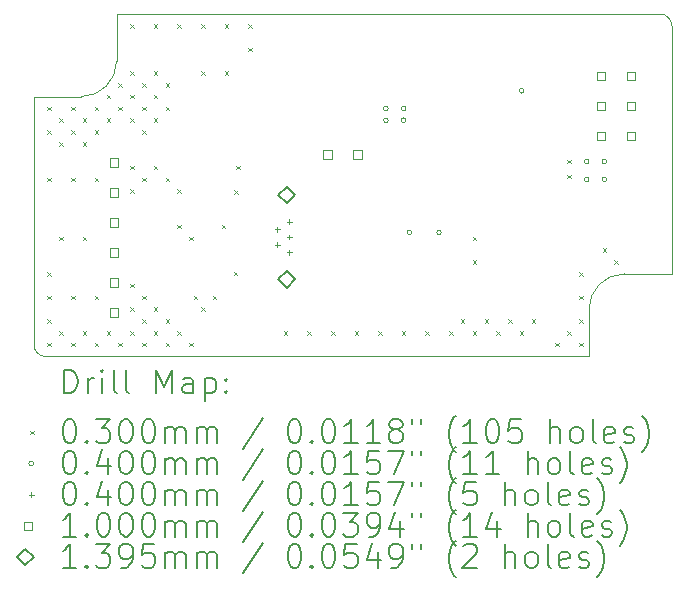
<source format=gbr>
%FSLAX45Y45*%
G04 Gerber Fmt 4.5, Leading zero omitted, Abs format (unit mm)*
G04 Created by KiCad (PCBNEW (6.0.2)) date 2022-08-31 11:18:58*
%MOMM*%
%LPD*%
G01*
G04 APERTURE LIST*
%TA.AperFunction,Profile*%
%ADD10C,0.038100*%
%TD*%
%ADD11C,0.200000*%
%ADD12C,0.030000*%
%ADD13C,0.040000*%
%ADD14C,0.100000*%
%ADD15C,0.139460*%
G04 APERTURE END LIST*
D10*
X16370000Y-10400000D02*
X11770000Y-10400000D01*
X12370000Y-7500000D02*
X12370000Y-7900000D01*
X16370000Y-10000000D02*
X16370000Y-10400000D01*
X12070000Y-8200000D02*
X11670000Y-8200000D01*
X17070000Y-7600000D02*
X17070000Y-9700000D01*
X16670000Y-9700000D02*
X17070000Y-9700000D01*
X12370000Y-7500000D02*
X16970000Y-7500000D01*
X17070000Y-7600000D02*
G75*
G03*
X16970000Y-7500000I-100000J0D01*
G01*
X11670000Y-10300000D02*
X11670000Y-8200000D01*
X11670000Y-10300000D02*
G75*
G03*
X11770000Y-10400000I100000J0D01*
G01*
X16670000Y-9700000D02*
G75*
G03*
X16370000Y-10000000I0J-300000D01*
G01*
X12070000Y-8200000D02*
G75*
G03*
X12370000Y-7900000I0J300000D01*
G01*
D11*
D12*
X11785000Y-8285000D02*
X11815000Y-8315000D01*
X11815000Y-8285000D02*
X11785000Y-8315000D01*
X11785000Y-8485000D02*
X11815000Y-8515000D01*
X11815000Y-8485000D02*
X11785000Y-8515000D01*
X11785000Y-8885000D02*
X11815000Y-8915000D01*
X11815000Y-8885000D02*
X11785000Y-8915000D01*
X11785000Y-9685000D02*
X11815000Y-9715000D01*
X11815000Y-9685000D02*
X11785000Y-9715000D01*
X11785000Y-9885000D02*
X11815000Y-9915000D01*
X11815000Y-9885000D02*
X11785000Y-9915000D01*
X11785000Y-10085000D02*
X11815000Y-10115000D01*
X11815000Y-10085000D02*
X11785000Y-10115000D01*
X11785000Y-10285000D02*
X11815000Y-10315000D01*
X11815000Y-10285000D02*
X11785000Y-10315000D01*
X11885000Y-8385000D02*
X11915000Y-8415000D01*
X11915000Y-8385000D02*
X11885000Y-8415000D01*
X11885000Y-8585000D02*
X11915000Y-8615000D01*
X11915000Y-8585000D02*
X11885000Y-8615000D01*
X11885000Y-9385000D02*
X11915000Y-9415000D01*
X11915000Y-9385000D02*
X11885000Y-9415000D01*
X11885000Y-10185000D02*
X11915000Y-10215000D01*
X11915000Y-10185000D02*
X11885000Y-10215000D01*
X11985000Y-8285000D02*
X12015000Y-8315000D01*
X12015000Y-8285000D02*
X11985000Y-8315000D01*
X11985000Y-8485000D02*
X12015000Y-8515000D01*
X12015000Y-8485000D02*
X11985000Y-8515000D01*
X11985000Y-8885000D02*
X12015000Y-8915000D01*
X12015000Y-8885000D02*
X11985000Y-8915000D01*
X11985000Y-9885000D02*
X12015000Y-9915000D01*
X12015000Y-9885000D02*
X11985000Y-9915000D01*
X11985000Y-10285000D02*
X12015000Y-10315000D01*
X12015000Y-10285000D02*
X11985000Y-10315000D01*
X12085000Y-8385000D02*
X12115000Y-8415000D01*
X12115000Y-8385000D02*
X12085000Y-8415000D01*
X12085000Y-8585000D02*
X12115000Y-8615000D01*
X12115000Y-8585000D02*
X12085000Y-8615000D01*
X12085000Y-9385000D02*
X12115000Y-9415000D01*
X12115000Y-9385000D02*
X12085000Y-9415000D01*
X12085000Y-10185000D02*
X12115000Y-10215000D01*
X12115000Y-10185000D02*
X12085000Y-10215000D01*
X12185000Y-8285000D02*
X12215000Y-8315000D01*
X12215000Y-8285000D02*
X12185000Y-8315000D01*
X12185000Y-8485000D02*
X12215000Y-8515000D01*
X12215000Y-8485000D02*
X12185000Y-8515000D01*
X12185000Y-8885000D02*
X12215000Y-8915000D01*
X12215000Y-8885000D02*
X12185000Y-8915000D01*
X12185000Y-9885000D02*
X12215000Y-9915000D01*
X12215000Y-9885000D02*
X12185000Y-9915000D01*
X12185000Y-10285000D02*
X12215000Y-10315000D01*
X12215000Y-10285000D02*
X12185000Y-10315000D01*
X12285000Y-8185000D02*
X12315000Y-8215000D01*
X12315000Y-8185000D02*
X12285000Y-8215000D01*
X12285000Y-8385000D02*
X12315000Y-8415000D01*
X12315000Y-8385000D02*
X12285000Y-8415000D01*
X12285000Y-10185000D02*
X12315000Y-10215000D01*
X12315000Y-10185000D02*
X12285000Y-10215000D01*
X12385000Y-8085000D02*
X12415000Y-8115000D01*
X12415000Y-8085000D02*
X12385000Y-8115000D01*
X12385000Y-8285000D02*
X12415000Y-8315000D01*
X12415000Y-8285000D02*
X12385000Y-8315000D01*
X12385000Y-10285000D02*
X12415000Y-10315000D01*
X12415000Y-10285000D02*
X12385000Y-10315000D01*
X12485000Y-7585000D02*
X12515000Y-7615000D01*
X12515000Y-7585000D02*
X12485000Y-7615000D01*
X12485000Y-7985000D02*
X12515000Y-8015000D01*
X12515000Y-7985000D02*
X12485000Y-8015000D01*
X12485000Y-8185000D02*
X12515000Y-8215000D01*
X12515000Y-8185000D02*
X12485000Y-8215000D01*
X12485000Y-8385000D02*
X12515000Y-8415000D01*
X12515000Y-8385000D02*
X12485000Y-8415000D01*
X12485000Y-8785000D02*
X12515000Y-8815000D01*
X12515000Y-8785000D02*
X12485000Y-8815000D01*
X12485000Y-8985000D02*
X12515000Y-9015000D01*
X12515000Y-8985000D02*
X12485000Y-9015000D01*
X12485000Y-9785000D02*
X12515000Y-9815000D01*
X12515000Y-9785000D02*
X12485000Y-9815000D01*
X12485000Y-9985000D02*
X12515000Y-10015000D01*
X12515000Y-9985000D02*
X12485000Y-10015000D01*
X12485000Y-10185000D02*
X12515000Y-10215000D01*
X12515000Y-10185000D02*
X12485000Y-10215000D01*
X12585000Y-8085000D02*
X12615000Y-8115000D01*
X12615000Y-8085000D02*
X12585000Y-8115000D01*
X12585000Y-8285000D02*
X12615000Y-8315000D01*
X12615000Y-8285000D02*
X12585000Y-8315000D01*
X12585000Y-8485000D02*
X12615000Y-8515000D01*
X12615000Y-8485000D02*
X12585000Y-8515000D01*
X12585000Y-8885000D02*
X12615000Y-8915000D01*
X12615000Y-8885000D02*
X12585000Y-8915000D01*
X12585000Y-9885000D02*
X12615000Y-9915000D01*
X12615000Y-9885000D02*
X12585000Y-9915000D01*
X12585000Y-10085000D02*
X12615000Y-10115000D01*
X12615000Y-10085000D02*
X12585000Y-10115000D01*
X12585000Y-10285000D02*
X12615000Y-10315000D01*
X12615000Y-10285000D02*
X12585000Y-10315000D01*
X12685000Y-7585000D02*
X12715000Y-7615000D01*
X12715000Y-7585000D02*
X12685000Y-7615000D01*
X12685000Y-7985000D02*
X12715000Y-8015000D01*
X12715000Y-7985000D02*
X12685000Y-8015000D01*
X12685000Y-8185000D02*
X12715000Y-8215000D01*
X12715000Y-8185000D02*
X12685000Y-8215000D01*
X12685000Y-8385000D02*
X12715000Y-8415000D01*
X12715000Y-8385000D02*
X12685000Y-8415000D01*
X12685000Y-8785000D02*
X12715000Y-8815000D01*
X12715000Y-8785000D02*
X12685000Y-8815000D01*
X12685000Y-9985000D02*
X12715000Y-10015000D01*
X12715000Y-9985000D02*
X12685000Y-10015000D01*
X12685000Y-10185000D02*
X12715000Y-10215000D01*
X12715000Y-10185000D02*
X12685000Y-10215000D01*
X12785000Y-8085000D02*
X12815000Y-8115000D01*
X12815000Y-8085000D02*
X12785000Y-8115000D01*
X12785000Y-8285000D02*
X12815000Y-8315000D01*
X12815000Y-8285000D02*
X12785000Y-8315000D01*
X12785000Y-8885000D02*
X12815000Y-8915000D01*
X12815000Y-8885000D02*
X12785000Y-8915000D01*
X12785000Y-10085000D02*
X12815000Y-10115000D01*
X12815000Y-10085000D02*
X12785000Y-10115000D01*
X12785000Y-10285000D02*
X12815000Y-10315000D01*
X12815000Y-10285000D02*
X12785000Y-10315000D01*
X12885000Y-7585000D02*
X12915000Y-7615000D01*
X12915000Y-7585000D02*
X12885000Y-7615000D01*
X12885000Y-8985000D02*
X12915000Y-9015000D01*
X12915000Y-8985000D02*
X12885000Y-9015000D01*
X12885000Y-9285000D02*
X12915000Y-9315000D01*
X12915000Y-9285000D02*
X12885000Y-9315000D01*
X12885000Y-10185000D02*
X12915000Y-10215000D01*
X12915000Y-10185000D02*
X12885000Y-10215000D01*
X12985000Y-9385000D02*
X13015000Y-9415000D01*
X13015000Y-9385000D02*
X12985000Y-9415000D01*
X12985000Y-10285000D02*
X13015000Y-10315000D01*
X13015000Y-10285000D02*
X12985000Y-10315000D01*
X13025000Y-9885000D02*
X13055000Y-9915000D01*
X13055000Y-9885000D02*
X13025000Y-9915000D01*
X13085000Y-7585000D02*
X13115000Y-7615000D01*
X13115000Y-7585000D02*
X13085000Y-7615000D01*
X13085000Y-7985000D02*
X13115000Y-8015000D01*
X13115000Y-7985000D02*
X13085000Y-8015000D01*
X13085000Y-9985000D02*
X13115000Y-10015000D01*
X13115000Y-9985000D02*
X13085000Y-10015000D01*
X13185000Y-9885000D02*
X13215000Y-9915000D01*
X13215000Y-9885000D02*
X13185000Y-9915000D01*
X13260000Y-9285000D02*
X13290000Y-9315000D01*
X13290000Y-9285000D02*
X13260000Y-9315000D01*
X13285000Y-7585000D02*
X13315000Y-7615000D01*
X13315000Y-7585000D02*
X13285000Y-7615000D01*
X13285000Y-7985000D02*
X13315000Y-8015000D01*
X13315000Y-7985000D02*
X13285000Y-8015000D01*
X13360500Y-9680500D02*
X13390500Y-9710500D01*
X13390500Y-9680500D02*
X13360500Y-9710500D01*
X13365000Y-8990500D02*
X13395000Y-9020500D01*
X13395000Y-8990500D02*
X13365000Y-9020500D01*
X13385000Y-8785000D02*
X13415000Y-8815000D01*
X13415000Y-8785000D02*
X13385000Y-8815000D01*
X13485000Y-7585000D02*
X13515000Y-7615000D01*
X13515000Y-7585000D02*
X13485000Y-7615000D01*
X13485000Y-7785000D02*
X13515000Y-7815000D01*
X13515000Y-7785000D02*
X13485000Y-7815000D01*
X13785000Y-10185000D02*
X13815000Y-10215000D01*
X13815000Y-10185000D02*
X13785000Y-10215000D01*
X13985000Y-10185000D02*
X14015000Y-10215000D01*
X14015000Y-10185000D02*
X13985000Y-10215000D01*
X14185000Y-10185000D02*
X14215000Y-10215000D01*
X14215000Y-10185000D02*
X14185000Y-10215000D01*
X14385000Y-10185000D02*
X14415000Y-10215000D01*
X14415000Y-10185000D02*
X14385000Y-10215000D01*
X14585000Y-10185000D02*
X14615000Y-10215000D01*
X14615000Y-10185000D02*
X14585000Y-10215000D01*
X14785000Y-10185000D02*
X14815000Y-10215000D01*
X14815000Y-10185000D02*
X14785000Y-10215000D01*
X14985000Y-10185000D02*
X15015000Y-10215000D01*
X15015000Y-10185000D02*
X14985000Y-10215000D01*
X15185000Y-10185000D02*
X15215000Y-10215000D01*
X15215000Y-10185000D02*
X15185000Y-10215000D01*
X15285000Y-10085000D02*
X15315000Y-10115000D01*
X15315000Y-10085000D02*
X15285000Y-10115000D01*
X15385000Y-9385000D02*
X15415000Y-9415000D01*
X15415000Y-9385000D02*
X15385000Y-9415000D01*
X15385000Y-9585000D02*
X15415000Y-9615000D01*
X15415000Y-9585000D02*
X15385000Y-9615000D01*
X15385000Y-10185000D02*
X15415000Y-10215000D01*
X15415000Y-10185000D02*
X15385000Y-10215000D01*
X15485000Y-10085000D02*
X15515000Y-10115000D01*
X15515000Y-10085000D02*
X15485000Y-10115000D01*
X15585000Y-10185000D02*
X15615000Y-10215000D01*
X15615000Y-10185000D02*
X15585000Y-10215000D01*
X15685000Y-10085000D02*
X15715000Y-10115000D01*
X15715000Y-10085000D02*
X15685000Y-10115000D01*
X15785000Y-10185000D02*
X15815000Y-10215000D01*
X15815000Y-10185000D02*
X15785000Y-10215000D01*
X15885000Y-10085000D02*
X15915000Y-10115000D01*
X15915000Y-10085000D02*
X15885000Y-10115000D01*
X16085000Y-10285000D02*
X16115000Y-10315000D01*
X16115000Y-10285000D02*
X16085000Y-10315000D01*
X16185000Y-8735000D02*
X16215000Y-8765000D01*
X16215000Y-8735000D02*
X16185000Y-8765000D01*
X16185000Y-8860000D02*
X16215000Y-8890000D01*
X16215000Y-8860000D02*
X16185000Y-8890000D01*
X16185000Y-10185000D02*
X16215000Y-10215000D01*
X16215000Y-10185000D02*
X16185000Y-10215000D01*
X16285000Y-9685000D02*
X16315000Y-9715000D01*
X16315000Y-9685000D02*
X16285000Y-9715000D01*
X16285000Y-9885000D02*
X16315000Y-9915000D01*
X16315000Y-9885000D02*
X16285000Y-9915000D01*
X16285000Y-10085000D02*
X16315000Y-10115000D01*
X16315000Y-10085000D02*
X16285000Y-10115000D01*
X16285000Y-10285000D02*
X16315000Y-10315000D01*
X16315000Y-10285000D02*
X16285000Y-10315000D01*
X16485000Y-9485000D02*
X16515000Y-9515000D01*
X16515000Y-9485000D02*
X16485000Y-9515000D01*
X16585000Y-9585000D02*
X16615000Y-9615000D01*
X16615000Y-9585000D02*
X16585000Y-9615000D01*
D13*
X14670000Y-8300000D02*
G75*
G03*
X14670000Y-8300000I-20000J0D01*
G01*
X14670000Y-8400000D02*
G75*
G03*
X14670000Y-8400000I-20000J0D01*
G01*
X14820000Y-8300000D02*
G75*
G03*
X14820000Y-8300000I-20000J0D01*
G01*
X14820000Y-8400000D02*
G75*
G03*
X14820000Y-8400000I-20000J0D01*
G01*
X14870000Y-9350000D02*
G75*
G03*
X14870000Y-9350000I-20000J0D01*
G01*
X15120000Y-9350000D02*
G75*
G03*
X15120000Y-9350000I-20000J0D01*
G01*
X15820000Y-8150000D02*
G75*
G03*
X15820000Y-8150000I-20000J0D01*
G01*
X16370000Y-8750000D02*
G75*
G03*
X16370000Y-8750000I-20000J0D01*
G01*
X16370000Y-8900000D02*
G75*
G03*
X16370000Y-8900000I-20000J0D01*
G01*
X16520000Y-8750000D02*
G75*
G03*
X16520000Y-8750000I-20000J0D01*
G01*
X16520000Y-8900000D02*
G75*
G03*
X16520000Y-8900000I-20000J0D01*
G01*
X13732000Y-9304000D02*
X13732000Y-9344000D01*
X13712000Y-9324000D02*
X13752000Y-9324000D01*
X13732000Y-9434000D02*
X13732000Y-9474000D01*
X13712000Y-9454000D02*
X13752000Y-9454000D01*
X13832000Y-9239000D02*
X13832000Y-9279000D01*
X13812000Y-9259000D02*
X13852000Y-9259000D01*
X13832000Y-9369000D02*
X13832000Y-9409000D01*
X13812000Y-9389000D02*
X13852000Y-9389000D01*
X13832000Y-9499000D02*
X13832000Y-9539000D01*
X13812000Y-9519000D02*
X13852000Y-9519000D01*
D14*
X12385356Y-8794356D02*
X12385356Y-8723644D01*
X12314644Y-8723644D01*
X12314644Y-8794356D01*
X12385356Y-8794356D01*
X12385356Y-9048356D02*
X12385356Y-8977644D01*
X12314644Y-8977644D01*
X12314644Y-9048356D01*
X12385356Y-9048356D01*
X12385356Y-9302356D02*
X12385356Y-9231644D01*
X12314644Y-9231644D01*
X12314644Y-9302356D01*
X12385356Y-9302356D01*
X12385356Y-9556356D02*
X12385356Y-9485644D01*
X12314644Y-9485644D01*
X12314644Y-9556356D01*
X12385356Y-9556356D01*
X12385356Y-9810356D02*
X12385356Y-9739644D01*
X12314644Y-9739644D01*
X12314644Y-9810356D01*
X12385356Y-9810356D01*
X12385356Y-10064356D02*
X12385356Y-9993644D01*
X12314644Y-9993644D01*
X12314644Y-10064356D01*
X12385356Y-10064356D01*
X14191356Y-8725356D02*
X14191356Y-8654644D01*
X14120644Y-8654644D01*
X14120644Y-8725356D01*
X14191356Y-8725356D01*
X14445356Y-8725356D02*
X14445356Y-8654644D01*
X14374644Y-8654644D01*
X14374644Y-8725356D01*
X14445356Y-8725356D01*
X16507856Y-8062856D02*
X16507856Y-7992144D01*
X16437144Y-7992144D01*
X16437144Y-8062856D01*
X16507856Y-8062856D01*
X16507856Y-8316856D02*
X16507856Y-8246144D01*
X16437144Y-8246144D01*
X16437144Y-8316856D01*
X16507856Y-8316856D01*
X16507856Y-8570856D02*
X16507856Y-8500144D01*
X16437144Y-8500144D01*
X16437144Y-8570856D01*
X16507856Y-8570856D01*
X16761856Y-8062856D02*
X16761856Y-7992144D01*
X16691144Y-7992144D01*
X16691144Y-8062856D01*
X16761856Y-8062856D01*
X16761856Y-8316856D02*
X16761856Y-8246144D01*
X16691144Y-8246144D01*
X16691144Y-8316856D01*
X16761856Y-8316856D01*
X16761856Y-8570856D02*
X16761856Y-8500144D01*
X16691144Y-8500144D01*
X16691144Y-8570856D01*
X16761856Y-8570856D01*
D15*
X13810000Y-9101230D02*
X13879730Y-9031500D01*
X13810000Y-8961770D01*
X13740270Y-9031500D01*
X13810000Y-9101230D01*
X13810000Y-9816230D02*
X13879730Y-9746500D01*
X13810000Y-9676770D01*
X13740270Y-9746500D01*
X13810000Y-9816230D01*
D11*
X11925714Y-10712381D02*
X11925714Y-10512381D01*
X11973333Y-10512381D01*
X12001904Y-10521905D01*
X12020952Y-10540953D01*
X12030476Y-10560000D01*
X12040000Y-10598095D01*
X12040000Y-10626667D01*
X12030476Y-10664762D01*
X12020952Y-10683810D01*
X12001904Y-10702857D01*
X11973333Y-10712381D01*
X11925714Y-10712381D01*
X12125714Y-10712381D02*
X12125714Y-10579048D01*
X12125714Y-10617143D02*
X12135238Y-10598095D01*
X12144762Y-10588572D01*
X12163809Y-10579048D01*
X12182857Y-10579048D01*
X12249523Y-10712381D02*
X12249523Y-10579048D01*
X12249523Y-10512381D02*
X12240000Y-10521905D01*
X12249523Y-10531429D01*
X12259047Y-10521905D01*
X12249523Y-10512381D01*
X12249523Y-10531429D01*
X12373333Y-10712381D02*
X12354285Y-10702857D01*
X12344762Y-10683810D01*
X12344762Y-10512381D01*
X12478095Y-10712381D02*
X12459047Y-10702857D01*
X12449523Y-10683810D01*
X12449523Y-10512381D01*
X12706666Y-10712381D02*
X12706666Y-10512381D01*
X12773333Y-10655238D01*
X12840000Y-10512381D01*
X12840000Y-10712381D01*
X13020952Y-10712381D02*
X13020952Y-10607619D01*
X13011428Y-10588572D01*
X12992381Y-10579048D01*
X12954285Y-10579048D01*
X12935238Y-10588572D01*
X13020952Y-10702857D02*
X13001904Y-10712381D01*
X12954285Y-10712381D01*
X12935238Y-10702857D01*
X12925714Y-10683810D01*
X12925714Y-10664762D01*
X12935238Y-10645715D01*
X12954285Y-10636191D01*
X13001904Y-10636191D01*
X13020952Y-10626667D01*
X13116190Y-10579048D02*
X13116190Y-10779048D01*
X13116190Y-10588572D02*
X13135238Y-10579048D01*
X13173333Y-10579048D01*
X13192381Y-10588572D01*
X13201904Y-10598095D01*
X13211428Y-10617143D01*
X13211428Y-10674286D01*
X13201904Y-10693334D01*
X13192381Y-10702857D01*
X13173333Y-10712381D01*
X13135238Y-10712381D01*
X13116190Y-10702857D01*
X13297143Y-10693334D02*
X13306666Y-10702857D01*
X13297143Y-10712381D01*
X13287619Y-10702857D01*
X13297143Y-10693334D01*
X13297143Y-10712381D01*
X13297143Y-10588572D02*
X13306666Y-10598095D01*
X13297143Y-10607619D01*
X13287619Y-10598095D01*
X13297143Y-10588572D01*
X13297143Y-10607619D01*
D12*
X11638095Y-11026905D02*
X11668095Y-11056905D01*
X11668095Y-11026905D02*
X11638095Y-11056905D01*
D11*
X11963809Y-10932381D02*
X11982857Y-10932381D01*
X12001904Y-10941905D01*
X12011428Y-10951429D01*
X12020952Y-10970476D01*
X12030476Y-11008572D01*
X12030476Y-11056191D01*
X12020952Y-11094286D01*
X12011428Y-11113334D01*
X12001904Y-11122857D01*
X11982857Y-11132381D01*
X11963809Y-11132381D01*
X11944762Y-11122857D01*
X11935238Y-11113334D01*
X11925714Y-11094286D01*
X11916190Y-11056191D01*
X11916190Y-11008572D01*
X11925714Y-10970476D01*
X11935238Y-10951429D01*
X11944762Y-10941905D01*
X11963809Y-10932381D01*
X12116190Y-11113334D02*
X12125714Y-11122857D01*
X12116190Y-11132381D01*
X12106666Y-11122857D01*
X12116190Y-11113334D01*
X12116190Y-11132381D01*
X12192381Y-10932381D02*
X12316190Y-10932381D01*
X12249523Y-11008572D01*
X12278095Y-11008572D01*
X12297143Y-11018095D01*
X12306666Y-11027619D01*
X12316190Y-11046667D01*
X12316190Y-11094286D01*
X12306666Y-11113334D01*
X12297143Y-11122857D01*
X12278095Y-11132381D01*
X12220952Y-11132381D01*
X12201904Y-11122857D01*
X12192381Y-11113334D01*
X12440000Y-10932381D02*
X12459047Y-10932381D01*
X12478095Y-10941905D01*
X12487619Y-10951429D01*
X12497143Y-10970476D01*
X12506666Y-11008572D01*
X12506666Y-11056191D01*
X12497143Y-11094286D01*
X12487619Y-11113334D01*
X12478095Y-11122857D01*
X12459047Y-11132381D01*
X12440000Y-11132381D01*
X12420952Y-11122857D01*
X12411428Y-11113334D01*
X12401904Y-11094286D01*
X12392381Y-11056191D01*
X12392381Y-11008572D01*
X12401904Y-10970476D01*
X12411428Y-10951429D01*
X12420952Y-10941905D01*
X12440000Y-10932381D01*
X12630476Y-10932381D02*
X12649523Y-10932381D01*
X12668571Y-10941905D01*
X12678095Y-10951429D01*
X12687619Y-10970476D01*
X12697143Y-11008572D01*
X12697143Y-11056191D01*
X12687619Y-11094286D01*
X12678095Y-11113334D01*
X12668571Y-11122857D01*
X12649523Y-11132381D01*
X12630476Y-11132381D01*
X12611428Y-11122857D01*
X12601904Y-11113334D01*
X12592381Y-11094286D01*
X12582857Y-11056191D01*
X12582857Y-11008572D01*
X12592381Y-10970476D01*
X12601904Y-10951429D01*
X12611428Y-10941905D01*
X12630476Y-10932381D01*
X12782857Y-11132381D02*
X12782857Y-10999048D01*
X12782857Y-11018095D02*
X12792381Y-11008572D01*
X12811428Y-10999048D01*
X12840000Y-10999048D01*
X12859047Y-11008572D01*
X12868571Y-11027619D01*
X12868571Y-11132381D01*
X12868571Y-11027619D02*
X12878095Y-11008572D01*
X12897143Y-10999048D01*
X12925714Y-10999048D01*
X12944762Y-11008572D01*
X12954285Y-11027619D01*
X12954285Y-11132381D01*
X13049523Y-11132381D02*
X13049523Y-10999048D01*
X13049523Y-11018095D02*
X13059047Y-11008572D01*
X13078095Y-10999048D01*
X13106666Y-10999048D01*
X13125714Y-11008572D01*
X13135238Y-11027619D01*
X13135238Y-11132381D01*
X13135238Y-11027619D02*
X13144762Y-11008572D01*
X13163809Y-10999048D01*
X13192381Y-10999048D01*
X13211428Y-11008572D01*
X13220952Y-11027619D01*
X13220952Y-11132381D01*
X13611428Y-10922857D02*
X13440000Y-11180000D01*
X13868571Y-10932381D02*
X13887619Y-10932381D01*
X13906666Y-10941905D01*
X13916190Y-10951429D01*
X13925714Y-10970476D01*
X13935238Y-11008572D01*
X13935238Y-11056191D01*
X13925714Y-11094286D01*
X13916190Y-11113334D01*
X13906666Y-11122857D01*
X13887619Y-11132381D01*
X13868571Y-11132381D01*
X13849523Y-11122857D01*
X13840000Y-11113334D01*
X13830476Y-11094286D01*
X13820952Y-11056191D01*
X13820952Y-11008572D01*
X13830476Y-10970476D01*
X13840000Y-10951429D01*
X13849523Y-10941905D01*
X13868571Y-10932381D01*
X14020952Y-11113334D02*
X14030476Y-11122857D01*
X14020952Y-11132381D01*
X14011428Y-11122857D01*
X14020952Y-11113334D01*
X14020952Y-11132381D01*
X14154285Y-10932381D02*
X14173333Y-10932381D01*
X14192381Y-10941905D01*
X14201904Y-10951429D01*
X14211428Y-10970476D01*
X14220952Y-11008572D01*
X14220952Y-11056191D01*
X14211428Y-11094286D01*
X14201904Y-11113334D01*
X14192381Y-11122857D01*
X14173333Y-11132381D01*
X14154285Y-11132381D01*
X14135238Y-11122857D01*
X14125714Y-11113334D01*
X14116190Y-11094286D01*
X14106666Y-11056191D01*
X14106666Y-11008572D01*
X14116190Y-10970476D01*
X14125714Y-10951429D01*
X14135238Y-10941905D01*
X14154285Y-10932381D01*
X14411428Y-11132381D02*
X14297143Y-11132381D01*
X14354285Y-11132381D02*
X14354285Y-10932381D01*
X14335238Y-10960953D01*
X14316190Y-10980000D01*
X14297143Y-10989524D01*
X14601904Y-11132381D02*
X14487619Y-11132381D01*
X14544762Y-11132381D02*
X14544762Y-10932381D01*
X14525714Y-10960953D01*
X14506666Y-10980000D01*
X14487619Y-10989524D01*
X14716190Y-11018095D02*
X14697143Y-11008572D01*
X14687619Y-10999048D01*
X14678095Y-10980000D01*
X14678095Y-10970476D01*
X14687619Y-10951429D01*
X14697143Y-10941905D01*
X14716190Y-10932381D01*
X14754285Y-10932381D01*
X14773333Y-10941905D01*
X14782857Y-10951429D01*
X14792381Y-10970476D01*
X14792381Y-10980000D01*
X14782857Y-10999048D01*
X14773333Y-11008572D01*
X14754285Y-11018095D01*
X14716190Y-11018095D01*
X14697143Y-11027619D01*
X14687619Y-11037143D01*
X14678095Y-11056191D01*
X14678095Y-11094286D01*
X14687619Y-11113334D01*
X14697143Y-11122857D01*
X14716190Y-11132381D01*
X14754285Y-11132381D01*
X14773333Y-11122857D01*
X14782857Y-11113334D01*
X14792381Y-11094286D01*
X14792381Y-11056191D01*
X14782857Y-11037143D01*
X14773333Y-11027619D01*
X14754285Y-11018095D01*
X14868571Y-10932381D02*
X14868571Y-10970476D01*
X14944762Y-10932381D02*
X14944762Y-10970476D01*
X15240000Y-11208572D02*
X15230476Y-11199048D01*
X15211428Y-11170476D01*
X15201904Y-11151429D01*
X15192381Y-11122857D01*
X15182857Y-11075238D01*
X15182857Y-11037143D01*
X15192381Y-10989524D01*
X15201904Y-10960953D01*
X15211428Y-10941905D01*
X15230476Y-10913334D01*
X15240000Y-10903810D01*
X15420952Y-11132381D02*
X15306666Y-11132381D01*
X15363809Y-11132381D02*
X15363809Y-10932381D01*
X15344762Y-10960953D01*
X15325714Y-10980000D01*
X15306666Y-10989524D01*
X15544762Y-10932381D02*
X15563809Y-10932381D01*
X15582857Y-10941905D01*
X15592381Y-10951429D01*
X15601904Y-10970476D01*
X15611428Y-11008572D01*
X15611428Y-11056191D01*
X15601904Y-11094286D01*
X15592381Y-11113334D01*
X15582857Y-11122857D01*
X15563809Y-11132381D01*
X15544762Y-11132381D01*
X15525714Y-11122857D01*
X15516190Y-11113334D01*
X15506666Y-11094286D01*
X15497143Y-11056191D01*
X15497143Y-11008572D01*
X15506666Y-10970476D01*
X15516190Y-10951429D01*
X15525714Y-10941905D01*
X15544762Y-10932381D01*
X15792381Y-10932381D02*
X15697143Y-10932381D01*
X15687619Y-11027619D01*
X15697143Y-11018095D01*
X15716190Y-11008572D01*
X15763809Y-11008572D01*
X15782857Y-11018095D01*
X15792381Y-11027619D01*
X15801904Y-11046667D01*
X15801904Y-11094286D01*
X15792381Y-11113334D01*
X15782857Y-11122857D01*
X15763809Y-11132381D01*
X15716190Y-11132381D01*
X15697143Y-11122857D01*
X15687619Y-11113334D01*
X16040000Y-11132381D02*
X16040000Y-10932381D01*
X16125714Y-11132381D02*
X16125714Y-11027619D01*
X16116190Y-11008572D01*
X16097143Y-10999048D01*
X16068571Y-10999048D01*
X16049523Y-11008572D01*
X16040000Y-11018095D01*
X16249523Y-11132381D02*
X16230476Y-11122857D01*
X16220952Y-11113334D01*
X16211428Y-11094286D01*
X16211428Y-11037143D01*
X16220952Y-11018095D01*
X16230476Y-11008572D01*
X16249523Y-10999048D01*
X16278095Y-10999048D01*
X16297143Y-11008572D01*
X16306666Y-11018095D01*
X16316190Y-11037143D01*
X16316190Y-11094286D01*
X16306666Y-11113334D01*
X16297143Y-11122857D01*
X16278095Y-11132381D01*
X16249523Y-11132381D01*
X16430476Y-11132381D02*
X16411428Y-11122857D01*
X16401904Y-11103810D01*
X16401904Y-10932381D01*
X16582857Y-11122857D02*
X16563809Y-11132381D01*
X16525714Y-11132381D01*
X16506666Y-11122857D01*
X16497143Y-11103810D01*
X16497143Y-11027619D01*
X16506666Y-11008572D01*
X16525714Y-10999048D01*
X16563809Y-10999048D01*
X16582857Y-11008572D01*
X16592381Y-11027619D01*
X16592381Y-11046667D01*
X16497143Y-11065715D01*
X16668571Y-11122857D02*
X16687619Y-11132381D01*
X16725714Y-11132381D01*
X16744762Y-11122857D01*
X16754285Y-11103810D01*
X16754285Y-11094286D01*
X16744762Y-11075238D01*
X16725714Y-11065715D01*
X16697143Y-11065715D01*
X16678095Y-11056191D01*
X16668571Y-11037143D01*
X16668571Y-11027619D01*
X16678095Y-11008572D01*
X16697143Y-10999048D01*
X16725714Y-10999048D01*
X16744762Y-11008572D01*
X16820952Y-11208572D02*
X16830476Y-11199048D01*
X16849524Y-11170476D01*
X16859047Y-11151429D01*
X16868571Y-11122857D01*
X16878095Y-11075238D01*
X16878095Y-11037143D01*
X16868571Y-10989524D01*
X16859047Y-10960953D01*
X16849524Y-10941905D01*
X16830476Y-10913334D01*
X16820952Y-10903810D01*
D13*
X11668095Y-11305905D02*
G75*
G03*
X11668095Y-11305905I-20000J0D01*
G01*
D11*
X11963809Y-11196381D02*
X11982857Y-11196381D01*
X12001904Y-11205905D01*
X12011428Y-11215429D01*
X12020952Y-11234476D01*
X12030476Y-11272572D01*
X12030476Y-11320191D01*
X12020952Y-11358286D01*
X12011428Y-11377333D01*
X12001904Y-11386857D01*
X11982857Y-11396381D01*
X11963809Y-11396381D01*
X11944762Y-11386857D01*
X11935238Y-11377333D01*
X11925714Y-11358286D01*
X11916190Y-11320191D01*
X11916190Y-11272572D01*
X11925714Y-11234476D01*
X11935238Y-11215429D01*
X11944762Y-11205905D01*
X11963809Y-11196381D01*
X12116190Y-11377333D02*
X12125714Y-11386857D01*
X12116190Y-11396381D01*
X12106666Y-11386857D01*
X12116190Y-11377333D01*
X12116190Y-11396381D01*
X12297143Y-11263048D02*
X12297143Y-11396381D01*
X12249523Y-11186857D02*
X12201904Y-11329714D01*
X12325714Y-11329714D01*
X12440000Y-11196381D02*
X12459047Y-11196381D01*
X12478095Y-11205905D01*
X12487619Y-11215429D01*
X12497143Y-11234476D01*
X12506666Y-11272572D01*
X12506666Y-11320191D01*
X12497143Y-11358286D01*
X12487619Y-11377333D01*
X12478095Y-11386857D01*
X12459047Y-11396381D01*
X12440000Y-11396381D01*
X12420952Y-11386857D01*
X12411428Y-11377333D01*
X12401904Y-11358286D01*
X12392381Y-11320191D01*
X12392381Y-11272572D01*
X12401904Y-11234476D01*
X12411428Y-11215429D01*
X12420952Y-11205905D01*
X12440000Y-11196381D01*
X12630476Y-11196381D02*
X12649523Y-11196381D01*
X12668571Y-11205905D01*
X12678095Y-11215429D01*
X12687619Y-11234476D01*
X12697143Y-11272572D01*
X12697143Y-11320191D01*
X12687619Y-11358286D01*
X12678095Y-11377333D01*
X12668571Y-11386857D01*
X12649523Y-11396381D01*
X12630476Y-11396381D01*
X12611428Y-11386857D01*
X12601904Y-11377333D01*
X12592381Y-11358286D01*
X12582857Y-11320191D01*
X12582857Y-11272572D01*
X12592381Y-11234476D01*
X12601904Y-11215429D01*
X12611428Y-11205905D01*
X12630476Y-11196381D01*
X12782857Y-11396381D02*
X12782857Y-11263048D01*
X12782857Y-11282095D02*
X12792381Y-11272572D01*
X12811428Y-11263048D01*
X12840000Y-11263048D01*
X12859047Y-11272572D01*
X12868571Y-11291619D01*
X12868571Y-11396381D01*
X12868571Y-11291619D02*
X12878095Y-11272572D01*
X12897143Y-11263048D01*
X12925714Y-11263048D01*
X12944762Y-11272572D01*
X12954285Y-11291619D01*
X12954285Y-11396381D01*
X13049523Y-11396381D02*
X13049523Y-11263048D01*
X13049523Y-11282095D02*
X13059047Y-11272572D01*
X13078095Y-11263048D01*
X13106666Y-11263048D01*
X13125714Y-11272572D01*
X13135238Y-11291619D01*
X13135238Y-11396381D01*
X13135238Y-11291619D02*
X13144762Y-11272572D01*
X13163809Y-11263048D01*
X13192381Y-11263048D01*
X13211428Y-11272572D01*
X13220952Y-11291619D01*
X13220952Y-11396381D01*
X13611428Y-11186857D02*
X13440000Y-11444000D01*
X13868571Y-11196381D02*
X13887619Y-11196381D01*
X13906666Y-11205905D01*
X13916190Y-11215429D01*
X13925714Y-11234476D01*
X13935238Y-11272572D01*
X13935238Y-11320191D01*
X13925714Y-11358286D01*
X13916190Y-11377333D01*
X13906666Y-11386857D01*
X13887619Y-11396381D01*
X13868571Y-11396381D01*
X13849523Y-11386857D01*
X13840000Y-11377333D01*
X13830476Y-11358286D01*
X13820952Y-11320191D01*
X13820952Y-11272572D01*
X13830476Y-11234476D01*
X13840000Y-11215429D01*
X13849523Y-11205905D01*
X13868571Y-11196381D01*
X14020952Y-11377333D02*
X14030476Y-11386857D01*
X14020952Y-11396381D01*
X14011428Y-11386857D01*
X14020952Y-11377333D01*
X14020952Y-11396381D01*
X14154285Y-11196381D02*
X14173333Y-11196381D01*
X14192381Y-11205905D01*
X14201904Y-11215429D01*
X14211428Y-11234476D01*
X14220952Y-11272572D01*
X14220952Y-11320191D01*
X14211428Y-11358286D01*
X14201904Y-11377333D01*
X14192381Y-11386857D01*
X14173333Y-11396381D01*
X14154285Y-11396381D01*
X14135238Y-11386857D01*
X14125714Y-11377333D01*
X14116190Y-11358286D01*
X14106666Y-11320191D01*
X14106666Y-11272572D01*
X14116190Y-11234476D01*
X14125714Y-11215429D01*
X14135238Y-11205905D01*
X14154285Y-11196381D01*
X14411428Y-11396381D02*
X14297143Y-11396381D01*
X14354285Y-11396381D02*
X14354285Y-11196381D01*
X14335238Y-11224953D01*
X14316190Y-11244000D01*
X14297143Y-11253524D01*
X14592381Y-11196381D02*
X14497143Y-11196381D01*
X14487619Y-11291619D01*
X14497143Y-11282095D01*
X14516190Y-11272572D01*
X14563809Y-11272572D01*
X14582857Y-11282095D01*
X14592381Y-11291619D01*
X14601904Y-11310667D01*
X14601904Y-11358286D01*
X14592381Y-11377333D01*
X14582857Y-11386857D01*
X14563809Y-11396381D01*
X14516190Y-11396381D01*
X14497143Y-11386857D01*
X14487619Y-11377333D01*
X14668571Y-11196381D02*
X14801904Y-11196381D01*
X14716190Y-11396381D01*
X14868571Y-11196381D02*
X14868571Y-11234476D01*
X14944762Y-11196381D02*
X14944762Y-11234476D01*
X15240000Y-11472572D02*
X15230476Y-11463048D01*
X15211428Y-11434476D01*
X15201904Y-11415429D01*
X15192381Y-11386857D01*
X15182857Y-11339238D01*
X15182857Y-11301143D01*
X15192381Y-11253524D01*
X15201904Y-11224953D01*
X15211428Y-11205905D01*
X15230476Y-11177334D01*
X15240000Y-11167810D01*
X15420952Y-11396381D02*
X15306666Y-11396381D01*
X15363809Y-11396381D02*
X15363809Y-11196381D01*
X15344762Y-11224953D01*
X15325714Y-11244000D01*
X15306666Y-11253524D01*
X15611428Y-11396381D02*
X15497143Y-11396381D01*
X15554285Y-11396381D02*
X15554285Y-11196381D01*
X15535238Y-11224953D01*
X15516190Y-11244000D01*
X15497143Y-11253524D01*
X15849523Y-11396381D02*
X15849523Y-11196381D01*
X15935238Y-11396381D02*
X15935238Y-11291619D01*
X15925714Y-11272572D01*
X15906666Y-11263048D01*
X15878095Y-11263048D01*
X15859047Y-11272572D01*
X15849523Y-11282095D01*
X16059047Y-11396381D02*
X16040000Y-11386857D01*
X16030476Y-11377333D01*
X16020952Y-11358286D01*
X16020952Y-11301143D01*
X16030476Y-11282095D01*
X16040000Y-11272572D01*
X16059047Y-11263048D01*
X16087619Y-11263048D01*
X16106666Y-11272572D01*
X16116190Y-11282095D01*
X16125714Y-11301143D01*
X16125714Y-11358286D01*
X16116190Y-11377333D01*
X16106666Y-11386857D01*
X16087619Y-11396381D01*
X16059047Y-11396381D01*
X16240000Y-11396381D02*
X16220952Y-11386857D01*
X16211428Y-11367810D01*
X16211428Y-11196381D01*
X16392381Y-11386857D02*
X16373333Y-11396381D01*
X16335238Y-11396381D01*
X16316190Y-11386857D01*
X16306666Y-11367810D01*
X16306666Y-11291619D01*
X16316190Y-11272572D01*
X16335238Y-11263048D01*
X16373333Y-11263048D01*
X16392381Y-11272572D01*
X16401904Y-11291619D01*
X16401904Y-11310667D01*
X16306666Y-11329714D01*
X16478095Y-11386857D02*
X16497143Y-11396381D01*
X16535238Y-11396381D01*
X16554285Y-11386857D01*
X16563809Y-11367810D01*
X16563809Y-11358286D01*
X16554285Y-11339238D01*
X16535238Y-11329714D01*
X16506666Y-11329714D01*
X16487619Y-11320191D01*
X16478095Y-11301143D01*
X16478095Y-11291619D01*
X16487619Y-11272572D01*
X16506666Y-11263048D01*
X16535238Y-11263048D01*
X16554285Y-11272572D01*
X16630476Y-11472572D02*
X16640000Y-11463048D01*
X16659047Y-11434476D01*
X16668571Y-11415429D01*
X16678095Y-11386857D01*
X16687619Y-11339238D01*
X16687619Y-11301143D01*
X16678095Y-11253524D01*
X16668571Y-11224953D01*
X16659047Y-11205905D01*
X16640000Y-11177334D01*
X16630476Y-11167810D01*
D13*
X11648095Y-11549905D02*
X11648095Y-11589905D01*
X11628095Y-11569905D02*
X11668095Y-11569905D01*
D11*
X11963809Y-11460381D02*
X11982857Y-11460381D01*
X12001904Y-11469905D01*
X12011428Y-11479429D01*
X12020952Y-11498476D01*
X12030476Y-11536572D01*
X12030476Y-11584191D01*
X12020952Y-11622286D01*
X12011428Y-11641333D01*
X12001904Y-11650857D01*
X11982857Y-11660381D01*
X11963809Y-11660381D01*
X11944762Y-11650857D01*
X11935238Y-11641333D01*
X11925714Y-11622286D01*
X11916190Y-11584191D01*
X11916190Y-11536572D01*
X11925714Y-11498476D01*
X11935238Y-11479429D01*
X11944762Y-11469905D01*
X11963809Y-11460381D01*
X12116190Y-11641333D02*
X12125714Y-11650857D01*
X12116190Y-11660381D01*
X12106666Y-11650857D01*
X12116190Y-11641333D01*
X12116190Y-11660381D01*
X12297143Y-11527048D02*
X12297143Y-11660381D01*
X12249523Y-11450857D02*
X12201904Y-11593714D01*
X12325714Y-11593714D01*
X12440000Y-11460381D02*
X12459047Y-11460381D01*
X12478095Y-11469905D01*
X12487619Y-11479429D01*
X12497143Y-11498476D01*
X12506666Y-11536572D01*
X12506666Y-11584191D01*
X12497143Y-11622286D01*
X12487619Y-11641333D01*
X12478095Y-11650857D01*
X12459047Y-11660381D01*
X12440000Y-11660381D01*
X12420952Y-11650857D01*
X12411428Y-11641333D01*
X12401904Y-11622286D01*
X12392381Y-11584191D01*
X12392381Y-11536572D01*
X12401904Y-11498476D01*
X12411428Y-11479429D01*
X12420952Y-11469905D01*
X12440000Y-11460381D01*
X12630476Y-11460381D02*
X12649523Y-11460381D01*
X12668571Y-11469905D01*
X12678095Y-11479429D01*
X12687619Y-11498476D01*
X12697143Y-11536572D01*
X12697143Y-11584191D01*
X12687619Y-11622286D01*
X12678095Y-11641333D01*
X12668571Y-11650857D01*
X12649523Y-11660381D01*
X12630476Y-11660381D01*
X12611428Y-11650857D01*
X12601904Y-11641333D01*
X12592381Y-11622286D01*
X12582857Y-11584191D01*
X12582857Y-11536572D01*
X12592381Y-11498476D01*
X12601904Y-11479429D01*
X12611428Y-11469905D01*
X12630476Y-11460381D01*
X12782857Y-11660381D02*
X12782857Y-11527048D01*
X12782857Y-11546095D02*
X12792381Y-11536572D01*
X12811428Y-11527048D01*
X12840000Y-11527048D01*
X12859047Y-11536572D01*
X12868571Y-11555619D01*
X12868571Y-11660381D01*
X12868571Y-11555619D02*
X12878095Y-11536572D01*
X12897143Y-11527048D01*
X12925714Y-11527048D01*
X12944762Y-11536572D01*
X12954285Y-11555619D01*
X12954285Y-11660381D01*
X13049523Y-11660381D02*
X13049523Y-11527048D01*
X13049523Y-11546095D02*
X13059047Y-11536572D01*
X13078095Y-11527048D01*
X13106666Y-11527048D01*
X13125714Y-11536572D01*
X13135238Y-11555619D01*
X13135238Y-11660381D01*
X13135238Y-11555619D02*
X13144762Y-11536572D01*
X13163809Y-11527048D01*
X13192381Y-11527048D01*
X13211428Y-11536572D01*
X13220952Y-11555619D01*
X13220952Y-11660381D01*
X13611428Y-11450857D02*
X13440000Y-11708000D01*
X13868571Y-11460381D02*
X13887619Y-11460381D01*
X13906666Y-11469905D01*
X13916190Y-11479429D01*
X13925714Y-11498476D01*
X13935238Y-11536572D01*
X13935238Y-11584191D01*
X13925714Y-11622286D01*
X13916190Y-11641333D01*
X13906666Y-11650857D01*
X13887619Y-11660381D01*
X13868571Y-11660381D01*
X13849523Y-11650857D01*
X13840000Y-11641333D01*
X13830476Y-11622286D01*
X13820952Y-11584191D01*
X13820952Y-11536572D01*
X13830476Y-11498476D01*
X13840000Y-11479429D01*
X13849523Y-11469905D01*
X13868571Y-11460381D01*
X14020952Y-11641333D02*
X14030476Y-11650857D01*
X14020952Y-11660381D01*
X14011428Y-11650857D01*
X14020952Y-11641333D01*
X14020952Y-11660381D01*
X14154285Y-11460381D02*
X14173333Y-11460381D01*
X14192381Y-11469905D01*
X14201904Y-11479429D01*
X14211428Y-11498476D01*
X14220952Y-11536572D01*
X14220952Y-11584191D01*
X14211428Y-11622286D01*
X14201904Y-11641333D01*
X14192381Y-11650857D01*
X14173333Y-11660381D01*
X14154285Y-11660381D01*
X14135238Y-11650857D01*
X14125714Y-11641333D01*
X14116190Y-11622286D01*
X14106666Y-11584191D01*
X14106666Y-11536572D01*
X14116190Y-11498476D01*
X14125714Y-11479429D01*
X14135238Y-11469905D01*
X14154285Y-11460381D01*
X14411428Y-11660381D02*
X14297143Y-11660381D01*
X14354285Y-11660381D02*
X14354285Y-11460381D01*
X14335238Y-11488953D01*
X14316190Y-11508000D01*
X14297143Y-11517524D01*
X14592381Y-11460381D02*
X14497143Y-11460381D01*
X14487619Y-11555619D01*
X14497143Y-11546095D01*
X14516190Y-11536572D01*
X14563809Y-11536572D01*
X14582857Y-11546095D01*
X14592381Y-11555619D01*
X14601904Y-11574667D01*
X14601904Y-11622286D01*
X14592381Y-11641333D01*
X14582857Y-11650857D01*
X14563809Y-11660381D01*
X14516190Y-11660381D01*
X14497143Y-11650857D01*
X14487619Y-11641333D01*
X14668571Y-11460381D02*
X14801904Y-11460381D01*
X14716190Y-11660381D01*
X14868571Y-11460381D02*
X14868571Y-11498476D01*
X14944762Y-11460381D02*
X14944762Y-11498476D01*
X15240000Y-11736572D02*
X15230476Y-11727048D01*
X15211428Y-11698476D01*
X15201904Y-11679429D01*
X15192381Y-11650857D01*
X15182857Y-11603238D01*
X15182857Y-11565143D01*
X15192381Y-11517524D01*
X15201904Y-11488953D01*
X15211428Y-11469905D01*
X15230476Y-11441333D01*
X15240000Y-11431810D01*
X15411428Y-11460381D02*
X15316190Y-11460381D01*
X15306666Y-11555619D01*
X15316190Y-11546095D01*
X15335238Y-11536572D01*
X15382857Y-11536572D01*
X15401904Y-11546095D01*
X15411428Y-11555619D01*
X15420952Y-11574667D01*
X15420952Y-11622286D01*
X15411428Y-11641333D01*
X15401904Y-11650857D01*
X15382857Y-11660381D01*
X15335238Y-11660381D01*
X15316190Y-11650857D01*
X15306666Y-11641333D01*
X15659047Y-11660381D02*
X15659047Y-11460381D01*
X15744762Y-11660381D02*
X15744762Y-11555619D01*
X15735238Y-11536572D01*
X15716190Y-11527048D01*
X15687619Y-11527048D01*
X15668571Y-11536572D01*
X15659047Y-11546095D01*
X15868571Y-11660381D02*
X15849523Y-11650857D01*
X15840000Y-11641333D01*
X15830476Y-11622286D01*
X15830476Y-11565143D01*
X15840000Y-11546095D01*
X15849523Y-11536572D01*
X15868571Y-11527048D01*
X15897143Y-11527048D01*
X15916190Y-11536572D01*
X15925714Y-11546095D01*
X15935238Y-11565143D01*
X15935238Y-11622286D01*
X15925714Y-11641333D01*
X15916190Y-11650857D01*
X15897143Y-11660381D01*
X15868571Y-11660381D01*
X16049523Y-11660381D02*
X16030476Y-11650857D01*
X16020952Y-11631810D01*
X16020952Y-11460381D01*
X16201904Y-11650857D02*
X16182857Y-11660381D01*
X16144762Y-11660381D01*
X16125714Y-11650857D01*
X16116190Y-11631810D01*
X16116190Y-11555619D01*
X16125714Y-11536572D01*
X16144762Y-11527048D01*
X16182857Y-11527048D01*
X16201904Y-11536572D01*
X16211428Y-11555619D01*
X16211428Y-11574667D01*
X16116190Y-11593714D01*
X16287619Y-11650857D02*
X16306666Y-11660381D01*
X16344762Y-11660381D01*
X16363809Y-11650857D01*
X16373333Y-11631810D01*
X16373333Y-11622286D01*
X16363809Y-11603238D01*
X16344762Y-11593714D01*
X16316190Y-11593714D01*
X16297143Y-11584191D01*
X16287619Y-11565143D01*
X16287619Y-11555619D01*
X16297143Y-11536572D01*
X16316190Y-11527048D01*
X16344762Y-11527048D01*
X16363809Y-11536572D01*
X16440000Y-11736572D02*
X16449523Y-11727048D01*
X16468571Y-11698476D01*
X16478095Y-11679429D01*
X16487619Y-11650857D01*
X16497143Y-11603238D01*
X16497143Y-11565143D01*
X16487619Y-11517524D01*
X16478095Y-11488953D01*
X16468571Y-11469905D01*
X16449523Y-11441333D01*
X16440000Y-11431810D01*
D14*
X11653451Y-11869261D02*
X11653451Y-11798549D01*
X11582739Y-11798549D01*
X11582739Y-11869261D01*
X11653451Y-11869261D01*
D11*
X12030476Y-11924381D02*
X11916190Y-11924381D01*
X11973333Y-11924381D02*
X11973333Y-11724381D01*
X11954285Y-11752953D01*
X11935238Y-11772000D01*
X11916190Y-11781524D01*
X12116190Y-11905333D02*
X12125714Y-11914857D01*
X12116190Y-11924381D01*
X12106666Y-11914857D01*
X12116190Y-11905333D01*
X12116190Y-11924381D01*
X12249523Y-11724381D02*
X12268571Y-11724381D01*
X12287619Y-11733905D01*
X12297143Y-11743429D01*
X12306666Y-11762476D01*
X12316190Y-11800572D01*
X12316190Y-11848191D01*
X12306666Y-11886286D01*
X12297143Y-11905333D01*
X12287619Y-11914857D01*
X12268571Y-11924381D01*
X12249523Y-11924381D01*
X12230476Y-11914857D01*
X12220952Y-11905333D01*
X12211428Y-11886286D01*
X12201904Y-11848191D01*
X12201904Y-11800572D01*
X12211428Y-11762476D01*
X12220952Y-11743429D01*
X12230476Y-11733905D01*
X12249523Y-11724381D01*
X12440000Y-11724381D02*
X12459047Y-11724381D01*
X12478095Y-11733905D01*
X12487619Y-11743429D01*
X12497143Y-11762476D01*
X12506666Y-11800572D01*
X12506666Y-11848191D01*
X12497143Y-11886286D01*
X12487619Y-11905333D01*
X12478095Y-11914857D01*
X12459047Y-11924381D01*
X12440000Y-11924381D01*
X12420952Y-11914857D01*
X12411428Y-11905333D01*
X12401904Y-11886286D01*
X12392381Y-11848191D01*
X12392381Y-11800572D01*
X12401904Y-11762476D01*
X12411428Y-11743429D01*
X12420952Y-11733905D01*
X12440000Y-11724381D01*
X12630476Y-11724381D02*
X12649523Y-11724381D01*
X12668571Y-11733905D01*
X12678095Y-11743429D01*
X12687619Y-11762476D01*
X12697143Y-11800572D01*
X12697143Y-11848191D01*
X12687619Y-11886286D01*
X12678095Y-11905333D01*
X12668571Y-11914857D01*
X12649523Y-11924381D01*
X12630476Y-11924381D01*
X12611428Y-11914857D01*
X12601904Y-11905333D01*
X12592381Y-11886286D01*
X12582857Y-11848191D01*
X12582857Y-11800572D01*
X12592381Y-11762476D01*
X12601904Y-11743429D01*
X12611428Y-11733905D01*
X12630476Y-11724381D01*
X12782857Y-11924381D02*
X12782857Y-11791048D01*
X12782857Y-11810095D02*
X12792381Y-11800572D01*
X12811428Y-11791048D01*
X12840000Y-11791048D01*
X12859047Y-11800572D01*
X12868571Y-11819619D01*
X12868571Y-11924381D01*
X12868571Y-11819619D02*
X12878095Y-11800572D01*
X12897143Y-11791048D01*
X12925714Y-11791048D01*
X12944762Y-11800572D01*
X12954285Y-11819619D01*
X12954285Y-11924381D01*
X13049523Y-11924381D02*
X13049523Y-11791048D01*
X13049523Y-11810095D02*
X13059047Y-11800572D01*
X13078095Y-11791048D01*
X13106666Y-11791048D01*
X13125714Y-11800572D01*
X13135238Y-11819619D01*
X13135238Y-11924381D01*
X13135238Y-11819619D02*
X13144762Y-11800572D01*
X13163809Y-11791048D01*
X13192381Y-11791048D01*
X13211428Y-11800572D01*
X13220952Y-11819619D01*
X13220952Y-11924381D01*
X13611428Y-11714857D02*
X13440000Y-11972000D01*
X13868571Y-11724381D02*
X13887619Y-11724381D01*
X13906666Y-11733905D01*
X13916190Y-11743429D01*
X13925714Y-11762476D01*
X13935238Y-11800572D01*
X13935238Y-11848191D01*
X13925714Y-11886286D01*
X13916190Y-11905333D01*
X13906666Y-11914857D01*
X13887619Y-11924381D01*
X13868571Y-11924381D01*
X13849523Y-11914857D01*
X13840000Y-11905333D01*
X13830476Y-11886286D01*
X13820952Y-11848191D01*
X13820952Y-11800572D01*
X13830476Y-11762476D01*
X13840000Y-11743429D01*
X13849523Y-11733905D01*
X13868571Y-11724381D01*
X14020952Y-11905333D02*
X14030476Y-11914857D01*
X14020952Y-11924381D01*
X14011428Y-11914857D01*
X14020952Y-11905333D01*
X14020952Y-11924381D01*
X14154285Y-11724381D02*
X14173333Y-11724381D01*
X14192381Y-11733905D01*
X14201904Y-11743429D01*
X14211428Y-11762476D01*
X14220952Y-11800572D01*
X14220952Y-11848191D01*
X14211428Y-11886286D01*
X14201904Y-11905333D01*
X14192381Y-11914857D01*
X14173333Y-11924381D01*
X14154285Y-11924381D01*
X14135238Y-11914857D01*
X14125714Y-11905333D01*
X14116190Y-11886286D01*
X14106666Y-11848191D01*
X14106666Y-11800572D01*
X14116190Y-11762476D01*
X14125714Y-11743429D01*
X14135238Y-11733905D01*
X14154285Y-11724381D01*
X14287619Y-11724381D02*
X14411428Y-11724381D01*
X14344762Y-11800572D01*
X14373333Y-11800572D01*
X14392381Y-11810095D01*
X14401904Y-11819619D01*
X14411428Y-11838667D01*
X14411428Y-11886286D01*
X14401904Y-11905333D01*
X14392381Y-11914857D01*
X14373333Y-11924381D01*
X14316190Y-11924381D01*
X14297143Y-11914857D01*
X14287619Y-11905333D01*
X14506666Y-11924381D02*
X14544762Y-11924381D01*
X14563809Y-11914857D01*
X14573333Y-11905333D01*
X14592381Y-11876762D01*
X14601904Y-11838667D01*
X14601904Y-11762476D01*
X14592381Y-11743429D01*
X14582857Y-11733905D01*
X14563809Y-11724381D01*
X14525714Y-11724381D01*
X14506666Y-11733905D01*
X14497143Y-11743429D01*
X14487619Y-11762476D01*
X14487619Y-11810095D01*
X14497143Y-11829143D01*
X14506666Y-11838667D01*
X14525714Y-11848191D01*
X14563809Y-11848191D01*
X14582857Y-11838667D01*
X14592381Y-11829143D01*
X14601904Y-11810095D01*
X14773333Y-11791048D02*
X14773333Y-11924381D01*
X14725714Y-11714857D02*
X14678095Y-11857714D01*
X14801904Y-11857714D01*
X14868571Y-11724381D02*
X14868571Y-11762476D01*
X14944762Y-11724381D02*
X14944762Y-11762476D01*
X15240000Y-12000572D02*
X15230476Y-11991048D01*
X15211428Y-11962476D01*
X15201904Y-11943429D01*
X15192381Y-11914857D01*
X15182857Y-11867238D01*
X15182857Y-11829143D01*
X15192381Y-11781524D01*
X15201904Y-11752953D01*
X15211428Y-11733905D01*
X15230476Y-11705333D01*
X15240000Y-11695810D01*
X15420952Y-11924381D02*
X15306666Y-11924381D01*
X15363809Y-11924381D02*
X15363809Y-11724381D01*
X15344762Y-11752953D01*
X15325714Y-11772000D01*
X15306666Y-11781524D01*
X15592381Y-11791048D02*
X15592381Y-11924381D01*
X15544762Y-11714857D02*
X15497143Y-11857714D01*
X15620952Y-11857714D01*
X15849523Y-11924381D02*
X15849523Y-11724381D01*
X15935238Y-11924381D02*
X15935238Y-11819619D01*
X15925714Y-11800572D01*
X15906666Y-11791048D01*
X15878095Y-11791048D01*
X15859047Y-11800572D01*
X15849523Y-11810095D01*
X16059047Y-11924381D02*
X16040000Y-11914857D01*
X16030476Y-11905333D01*
X16020952Y-11886286D01*
X16020952Y-11829143D01*
X16030476Y-11810095D01*
X16040000Y-11800572D01*
X16059047Y-11791048D01*
X16087619Y-11791048D01*
X16106666Y-11800572D01*
X16116190Y-11810095D01*
X16125714Y-11829143D01*
X16125714Y-11886286D01*
X16116190Y-11905333D01*
X16106666Y-11914857D01*
X16087619Y-11924381D01*
X16059047Y-11924381D01*
X16240000Y-11924381D02*
X16220952Y-11914857D01*
X16211428Y-11895810D01*
X16211428Y-11724381D01*
X16392381Y-11914857D02*
X16373333Y-11924381D01*
X16335238Y-11924381D01*
X16316190Y-11914857D01*
X16306666Y-11895810D01*
X16306666Y-11819619D01*
X16316190Y-11800572D01*
X16335238Y-11791048D01*
X16373333Y-11791048D01*
X16392381Y-11800572D01*
X16401904Y-11819619D01*
X16401904Y-11838667D01*
X16306666Y-11857714D01*
X16478095Y-11914857D02*
X16497143Y-11924381D01*
X16535238Y-11924381D01*
X16554285Y-11914857D01*
X16563809Y-11895810D01*
X16563809Y-11886286D01*
X16554285Y-11867238D01*
X16535238Y-11857714D01*
X16506666Y-11857714D01*
X16487619Y-11848191D01*
X16478095Y-11829143D01*
X16478095Y-11819619D01*
X16487619Y-11800572D01*
X16506666Y-11791048D01*
X16535238Y-11791048D01*
X16554285Y-11800572D01*
X16630476Y-12000572D02*
X16640000Y-11991048D01*
X16659047Y-11962476D01*
X16668571Y-11943429D01*
X16678095Y-11914857D01*
X16687619Y-11867238D01*
X16687619Y-11829143D01*
X16678095Y-11781524D01*
X16668571Y-11752953D01*
X16659047Y-11733905D01*
X16640000Y-11705333D01*
X16630476Y-11695810D01*
D15*
X11598365Y-12167635D02*
X11668095Y-12097905D01*
X11598365Y-12028175D01*
X11528635Y-12097905D01*
X11598365Y-12167635D01*
D11*
X12030476Y-12188381D02*
X11916190Y-12188381D01*
X11973333Y-12188381D02*
X11973333Y-11988381D01*
X11954285Y-12016953D01*
X11935238Y-12036000D01*
X11916190Y-12045524D01*
X12116190Y-12169333D02*
X12125714Y-12178857D01*
X12116190Y-12188381D01*
X12106666Y-12178857D01*
X12116190Y-12169333D01*
X12116190Y-12188381D01*
X12192381Y-11988381D02*
X12316190Y-11988381D01*
X12249523Y-12064572D01*
X12278095Y-12064572D01*
X12297143Y-12074095D01*
X12306666Y-12083619D01*
X12316190Y-12102667D01*
X12316190Y-12150286D01*
X12306666Y-12169333D01*
X12297143Y-12178857D01*
X12278095Y-12188381D01*
X12220952Y-12188381D01*
X12201904Y-12178857D01*
X12192381Y-12169333D01*
X12411428Y-12188381D02*
X12449523Y-12188381D01*
X12468571Y-12178857D01*
X12478095Y-12169333D01*
X12497143Y-12140762D01*
X12506666Y-12102667D01*
X12506666Y-12026476D01*
X12497143Y-12007429D01*
X12487619Y-11997905D01*
X12468571Y-11988381D01*
X12430476Y-11988381D01*
X12411428Y-11997905D01*
X12401904Y-12007429D01*
X12392381Y-12026476D01*
X12392381Y-12074095D01*
X12401904Y-12093143D01*
X12411428Y-12102667D01*
X12430476Y-12112191D01*
X12468571Y-12112191D01*
X12487619Y-12102667D01*
X12497143Y-12093143D01*
X12506666Y-12074095D01*
X12687619Y-11988381D02*
X12592381Y-11988381D01*
X12582857Y-12083619D01*
X12592381Y-12074095D01*
X12611428Y-12064572D01*
X12659047Y-12064572D01*
X12678095Y-12074095D01*
X12687619Y-12083619D01*
X12697143Y-12102667D01*
X12697143Y-12150286D01*
X12687619Y-12169333D01*
X12678095Y-12178857D01*
X12659047Y-12188381D01*
X12611428Y-12188381D01*
X12592381Y-12178857D01*
X12582857Y-12169333D01*
X12782857Y-12188381D02*
X12782857Y-12055048D01*
X12782857Y-12074095D02*
X12792381Y-12064572D01*
X12811428Y-12055048D01*
X12840000Y-12055048D01*
X12859047Y-12064572D01*
X12868571Y-12083619D01*
X12868571Y-12188381D01*
X12868571Y-12083619D02*
X12878095Y-12064572D01*
X12897143Y-12055048D01*
X12925714Y-12055048D01*
X12944762Y-12064572D01*
X12954285Y-12083619D01*
X12954285Y-12188381D01*
X13049523Y-12188381D02*
X13049523Y-12055048D01*
X13049523Y-12074095D02*
X13059047Y-12064572D01*
X13078095Y-12055048D01*
X13106666Y-12055048D01*
X13125714Y-12064572D01*
X13135238Y-12083619D01*
X13135238Y-12188381D01*
X13135238Y-12083619D02*
X13144762Y-12064572D01*
X13163809Y-12055048D01*
X13192381Y-12055048D01*
X13211428Y-12064572D01*
X13220952Y-12083619D01*
X13220952Y-12188381D01*
X13611428Y-11978857D02*
X13440000Y-12236000D01*
X13868571Y-11988381D02*
X13887619Y-11988381D01*
X13906666Y-11997905D01*
X13916190Y-12007429D01*
X13925714Y-12026476D01*
X13935238Y-12064572D01*
X13935238Y-12112191D01*
X13925714Y-12150286D01*
X13916190Y-12169333D01*
X13906666Y-12178857D01*
X13887619Y-12188381D01*
X13868571Y-12188381D01*
X13849523Y-12178857D01*
X13840000Y-12169333D01*
X13830476Y-12150286D01*
X13820952Y-12112191D01*
X13820952Y-12064572D01*
X13830476Y-12026476D01*
X13840000Y-12007429D01*
X13849523Y-11997905D01*
X13868571Y-11988381D01*
X14020952Y-12169333D02*
X14030476Y-12178857D01*
X14020952Y-12188381D01*
X14011428Y-12178857D01*
X14020952Y-12169333D01*
X14020952Y-12188381D01*
X14154285Y-11988381D02*
X14173333Y-11988381D01*
X14192381Y-11997905D01*
X14201904Y-12007429D01*
X14211428Y-12026476D01*
X14220952Y-12064572D01*
X14220952Y-12112191D01*
X14211428Y-12150286D01*
X14201904Y-12169333D01*
X14192381Y-12178857D01*
X14173333Y-12188381D01*
X14154285Y-12188381D01*
X14135238Y-12178857D01*
X14125714Y-12169333D01*
X14116190Y-12150286D01*
X14106666Y-12112191D01*
X14106666Y-12064572D01*
X14116190Y-12026476D01*
X14125714Y-12007429D01*
X14135238Y-11997905D01*
X14154285Y-11988381D01*
X14401904Y-11988381D02*
X14306666Y-11988381D01*
X14297143Y-12083619D01*
X14306666Y-12074095D01*
X14325714Y-12064572D01*
X14373333Y-12064572D01*
X14392381Y-12074095D01*
X14401904Y-12083619D01*
X14411428Y-12102667D01*
X14411428Y-12150286D01*
X14401904Y-12169333D01*
X14392381Y-12178857D01*
X14373333Y-12188381D01*
X14325714Y-12188381D01*
X14306666Y-12178857D01*
X14297143Y-12169333D01*
X14582857Y-12055048D02*
X14582857Y-12188381D01*
X14535238Y-11978857D02*
X14487619Y-12121714D01*
X14611428Y-12121714D01*
X14697143Y-12188381D02*
X14735238Y-12188381D01*
X14754285Y-12178857D01*
X14763809Y-12169333D01*
X14782857Y-12140762D01*
X14792381Y-12102667D01*
X14792381Y-12026476D01*
X14782857Y-12007429D01*
X14773333Y-11997905D01*
X14754285Y-11988381D01*
X14716190Y-11988381D01*
X14697143Y-11997905D01*
X14687619Y-12007429D01*
X14678095Y-12026476D01*
X14678095Y-12074095D01*
X14687619Y-12093143D01*
X14697143Y-12102667D01*
X14716190Y-12112191D01*
X14754285Y-12112191D01*
X14773333Y-12102667D01*
X14782857Y-12093143D01*
X14792381Y-12074095D01*
X14868571Y-11988381D02*
X14868571Y-12026476D01*
X14944762Y-11988381D02*
X14944762Y-12026476D01*
X15240000Y-12264572D02*
X15230476Y-12255048D01*
X15211428Y-12226476D01*
X15201904Y-12207429D01*
X15192381Y-12178857D01*
X15182857Y-12131238D01*
X15182857Y-12093143D01*
X15192381Y-12045524D01*
X15201904Y-12016953D01*
X15211428Y-11997905D01*
X15230476Y-11969333D01*
X15240000Y-11959810D01*
X15306666Y-12007429D02*
X15316190Y-11997905D01*
X15335238Y-11988381D01*
X15382857Y-11988381D01*
X15401904Y-11997905D01*
X15411428Y-12007429D01*
X15420952Y-12026476D01*
X15420952Y-12045524D01*
X15411428Y-12074095D01*
X15297143Y-12188381D01*
X15420952Y-12188381D01*
X15659047Y-12188381D02*
X15659047Y-11988381D01*
X15744762Y-12188381D02*
X15744762Y-12083619D01*
X15735238Y-12064572D01*
X15716190Y-12055048D01*
X15687619Y-12055048D01*
X15668571Y-12064572D01*
X15659047Y-12074095D01*
X15868571Y-12188381D02*
X15849523Y-12178857D01*
X15840000Y-12169333D01*
X15830476Y-12150286D01*
X15830476Y-12093143D01*
X15840000Y-12074095D01*
X15849523Y-12064572D01*
X15868571Y-12055048D01*
X15897143Y-12055048D01*
X15916190Y-12064572D01*
X15925714Y-12074095D01*
X15935238Y-12093143D01*
X15935238Y-12150286D01*
X15925714Y-12169333D01*
X15916190Y-12178857D01*
X15897143Y-12188381D01*
X15868571Y-12188381D01*
X16049523Y-12188381D02*
X16030476Y-12178857D01*
X16020952Y-12159810D01*
X16020952Y-11988381D01*
X16201904Y-12178857D02*
X16182857Y-12188381D01*
X16144762Y-12188381D01*
X16125714Y-12178857D01*
X16116190Y-12159810D01*
X16116190Y-12083619D01*
X16125714Y-12064572D01*
X16144762Y-12055048D01*
X16182857Y-12055048D01*
X16201904Y-12064572D01*
X16211428Y-12083619D01*
X16211428Y-12102667D01*
X16116190Y-12121714D01*
X16287619Y-12178857D02*
X16306666Y-12188381D01*
X16344762Y-12188381D01*
X16363809Y-12178857D01*
X16373333Y-12159810D01*
X16373333Y-12150286D01*
X16363809Y-12131238D01*
X16344762Y-12121714D01*
X16316190Y-12121714D01*
X16297143Y-12112191D01*
X16287619Y-12093143D01*
X16287619Y-12083619D01*
X16297143Y-12064572D01*
X16316190Y-12055048D01*
X16344762Y-12055048D01*
X16363809Y-12064572D01*
X16440000Y-12264572D02*
X16449523Y-12255048D01*
X16468571Y-12226476D01*
X16478095Y-12207429D01*
X16487619Y-12178857D01*
X16497143Y-12131238D01*
X16497143Y-12093143D01*
X16487619Y-12045524D01*
X16478095Y-12016953D01*
X16468571Y-11997905D01*
X16449523Y-11969333D01*
X16440000Y-11959810D01*
M02*

</source>
